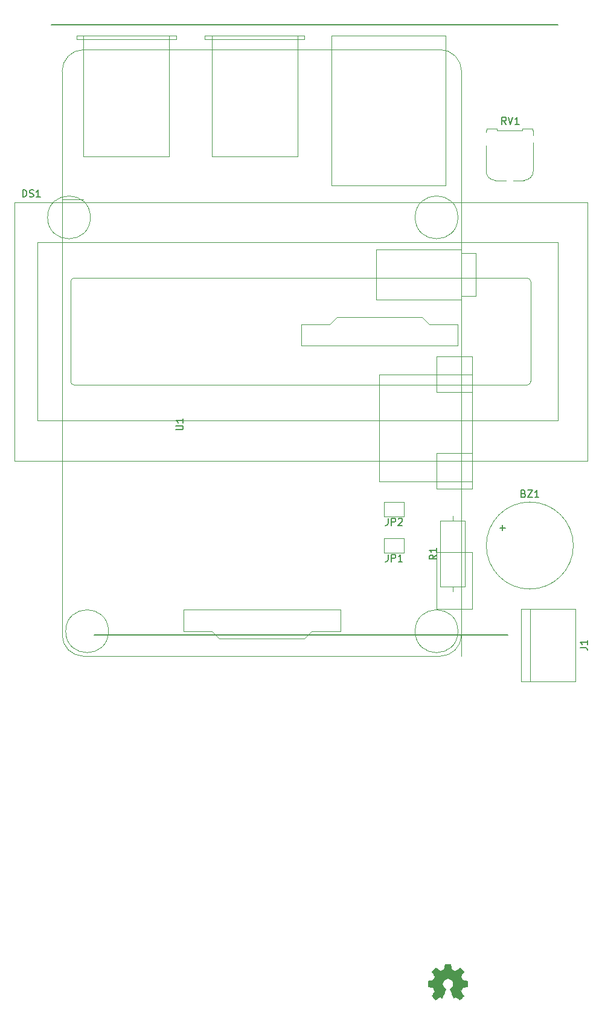
<source format=gbr>
G04 #@! TF.GenerationSoftware,KiCad,Pcbnew,5.1.5-52549c5~84~ubuntu18.04.1*
G04 #@! TF.CreationDate,2020-03-10T09:35:07+09:00*
G04 #@! TF.ProjectId,RFID-RC522_Raspberrypi,52464944-2d52-4433-9532-325f52617370,rev?*
G04 #@! TF.SameCoordinates,Original*
G04 #@! TF.FileFunction,Legend,Top*
G04 #@! TF.FilePolarity,Positive*
%FSLAX46Y46*%
G04 Gerber Fmt 4.6, Leading zero omitted, Abs format (unit mm)*
G04 Created by KiCad (PCBNEW 5.1.5-52549c5~84~ubuntu18.04.1) date 2020-03-10 09:35:07*
%MOMM*%
%LPD*%
G04 APERTURE LIST*
%ADD10C,0.150000*%
%ADD11C,0.120000*%
%ADD12C,0.002540*%
G04 APERTURE END LIST*
D10*
X180000000Y-123000000D02*
X151000000Y-123000000D01*
X180000000Y-123000000D02*
X209000000Y-123000000D01*
X216000000Y-37500000D02*
X145000000Y-37500000D01*
X180500000Y-37500000D02*
X216000000Y-37500000D01*
D11*
X199000000Y-84000000D02*
X199000000Y-86500000D01*
X204000000Y-84000000D02*
X199000000Y-84000000D01*
X204000000Y-89000000D02*
X204000000Y-84000000D01*
X199000000Y-89000000D02*
X204000000Y-89000000D01*
X199000000Y-86500000D02*
X199000000Y-89000000D01*
X199000000Y-102500000D02*
X199000000Y-97500000D01*
X204000000Y-102500000D02*
X204000000Y-100000000D01*
X199000000Y-102500000D02*
X204000000Y-102500000D01*
X199000000Y-97500000D02*
X204000000Y-97500000D01*
X202500000Y-126000000D02*
X202500000Y-100000000D01*
X150460000Y-64500000D02*
G75*
G03X150460000Y-64500000I-3000000J0D01*
G01*
X153000000Y-122500000D02*
G75*
G03X153000000Y-122500000I-3000000J0D01*
G01*
X202000000Y-122500000D02*
G75*
G03X202000000Y-122500000I-3000000J0D01*
G01*
X202000000Y-64500000D02*
G75*
G03X202000000Y-64500000I-3000000J0D01*
G01*
X162500000Y-39000000D02*
X161500000Y-39000000D01*
X162500000Y-39500000D02*
X162500000Y-39000000D01*
X148500000Y-39500000D02*
X162500000Y-39500000D01*
X148500000Y-39000000D02*
X148500000Y-39500000D01*
X149500000Y-39000000D02*
X148500000Y-39000000D01*
X180500000Y-39000000D02*
X179500000Y-39000000D01*
X180500000Y-39500000D02*
X180500000Y-39000000D01*
X166500000Y-39500000D02*
X180500000Y-39500000D01*
X166500000Y-39000000D02*
X166500000Y-39500000D01*
X167500000Y-39000000D02*
X166500000Y-39000000D01*
X179500000Y-39000000D02*
X167500000Y-39000000D01*
X179500000Y-56000000D02*
X179500000Y-39000000D01*
X167500000Y-56000000D02*
X179500000Y-56000000D01*
X167500000Y-39000000D02*
X167500000Y-56000000D01*
X173500000Y-39000000D02*
X167500000Y-39000000D01*
X161500000Y-39000000D02*
X149500000Y-39000000D01*
X161500000Y-56000000D02*
X161500000Y-39000000D01*
X161250000Y-39000000D02*
X149500000Y-39000000D01*
X149500000Y-56000000D02*
X161500000Y-56000000D01*
X149500000Y-39000000D02*
X149500000Y-56000000D01*
X155500000Y-39000000D02*
X149500000Y-39000000D01*
X184250000Y-39000000D02*
X200250000Y-39000000D01*
X184250000Y-60000000D02*
X184250000Y-39000000D01*
X200250000Y-60000000D02*
X184250000Y-60000000D01*
X200250000Y-39000000D02*
X200250000Y-60000000D01*
X192250000Y-39000000D02*
X200250000Y-39000000D01*
X180000000Y-79500000D02*
X184000000Y-79500000D01*
X180000000Y-82500000D02*
X180000000Y-79500000D01*
X191000000Y-82500000D02*
X180000000Y-82500000D01*
X202000000Y-82500000D02*
X191000000Y-82500000D01*
X202000000Y-79500000D02*
X202000000Y-82500000D01*
X198000000Y-79500000D02*
X202000000Y-79500000D01*
X197000000Y-78500000D02*
X198000000Y-79500000D01*
X185000000Y-78500000D02*
X197000000Y-78500000D01*
X184000000Y-79500000D02*
X185000000Y-78500000D01*
X163500000Y-119500000D02*
X174500000Y-119500000D01*
X163500000Y-122500000D02*
X163500000Y-119500000D01*
X167500000Y-122500000D02*
X163500000Y-122500000D01*
X168500000Y-123500000D02*
X167500000Y-122500000D01*
X180500000Y-123500000D02*
X168500000Y-123500000D01*
X181500000Y-122500000D02*
X180500000Y-123500000D01*
X185500000Y-122500000D02*
X181500000Y-122500000D01*
X185500000Y-119500000D02*
X185500000Y-122500000D01*
X174500000Y-119500000D02*
X185500000Y-119500000D01*
X202500000Y-69500000D02*
X204500000Y-69500000D01*
X204500000Y-69500000D02*
X204500000Y-75500000D01*
X204000000Y-69500000D02*
X204500000Y-69500000D01*
X202500000Y-75500000D02*
X204500000Y-75500000D01*
X190500000Y-69000000D02*
X202500000Y-69000000D01*
X190500000Y-76000000D02*
X190500000Y-69000000D01*
X202500000Y-76000000D02*
X190500000Y-76000000D01*
X202500000Y-72500000D02*
X202500000Y-76000000D01*
X191000000Y-86500000D02*
X191000000Y-94000000D01*
X204000000Y-86500000D02*
X191000000Y-86500000D01*
X204000000Y-101500000D02*
X204000000Y-86500000D01*
X191000000Y-101500000D02*
X204000000Y-101500000D01*
X191000000Y-94000000D02*
X191000000Y-101500000D01*
X204000000Y-119400000D02*
X202800000Y-119400000D01*
X204000000Y-111400000D02*
X204000000Y-119400000D01*
X199000000Y-111400000D02*
X204000000Y-111400000D01*
X199000000Y-119400000D02*
X199000000Y-111400000D01*
X202800000Y-119400000D02*
X199000000Y-119400000D01*
X149500000Y-126000000D02*
X199000000Y-126000000D01*
X199500000Y-41000000D02*
X149500000Y-41000000D01*
X202500000Y-123000000D02*
X202500000Y-44000000D01*
X146500000Y-44000000D02*
X146500000Y-123000000D01*
X199000000Y-126000000D02*
X199500000Y-126000000D01*
X202500000Y-123000000D02*
X202500000Y-122500000D01*
X202500000Y-123000000D02*
G75*
G02X199500000Y-126000000I-3000000J0D01*
G01*
X149500000Y-126000000D02*
G75*
G02X146500000Y-123000000I0J3000000D01*
G01*
X146500000Y-44000000D02*
G75*
G02X149500000Y-41000000I3000000J0D01*
G01*
X199500000Y-41000000D02*
G75*
G02X202500000Y-44000000I0J-3000000D01*
G01*
D12*
G36*
X198871840Y-174127160D02*
G01*
X198902320Y-174111920D01*
X198965820Y-174071280D01*
X199059800Y-174010320D01*
X199169020Y-173936660D01*
X199280780Y-173860460D01*
X199369680Y-173799500D01*
X199433180Y-173758860D01*
X199461120Y-173746160D01*
X199473820Y-173751240D01*
X199527160Y-173776640D01*
X199603360Y-173814740D01*
X199646540Y-173837600D01*
X199717660Y-173868080D01*
X199750680Y-173873160D01*
X199758300Y-173865540D01*
X199783700Y-173812200D01*
X199821800Y-173720760D01*
X199875140Y-173598840D01*
X199936100Y-173459140D01*
X199999600Y-173306740D01*
X200065640Y-173151800D01*
X200126600Y-173001940D01*
X200179940Y-172869860D01*
X200223120Y-172760640D01*
X200253600Y-172686980D01*
X200263760Y-172653960D01*
X200261220Y-172646340D01*
X200225660Y-172613320D01*
X200164700Y-172567600D01*
X200032620Y-172460920D01*
X199903080Y-172298360D01*
X199824340Y-172112940D01*
X199796400Y-171909740D01*
X199819260Y-171719240D01*
X199895460Y-171536360D01*
X200022460Y-171373800D01*
X200174860Y-171251880D01*
X200355200Y-171173140D01*
X200558400Y-171150280D01*
X200751440Y-171170600D01*
X200936860Y-171244260D01*
X201101960Y-171368720D01*
X201170540Y-171450000D01*
X201267060Y-171615100D01*
X201320400Y-171792900D01*
X201328020Y-171838620D01*
X201317860Y-172034200D01*
X201261980Y-172219620D01*
X201157840Y-172387260D01*
X201015600Y-172524420D01*
X200997820Y-172539660D01*
X200929240Y-172587920D01*
X200886060Y-172623480D01*
X200850500Y-172651420D01*
X201099420Y-173250860D01*
X201140060Y-173344840D01*
X201208640Y-173509940D01*
X201267060Y-173649640D01*
X201315320Y-173761400D01*
X201348340Y-173837600D01*
X201363580Y-173868080D01*
X201366120Y-173868080D01*
X201386440Y-173873160D01*
X201432160Y-173855380D01*
X201515980Y-173814740D01*
X201571860Y-173786800D01*
X201635360Y-173756320D01*
X201663300Y-173746160D01*
X201688700Y-173758860D01*
X201749660Y-173796960D01*
X201838560Y-173857920D01*
X201945240Y-173931580D01*
X202046840Y-174000160D01*
X202140820Y-174061120D01*
X202209400Y-174104300D01*
X202242420Y-174122080D01*
X202247500Y-174122080D01*
X202277980Y-174106840D01*
X202331320Y-174061120D01*
X202412600Y-173984920D01*
X202529440Y-173870620D01*
X202547220Y-173852840D01*
X202641200Y-173756320D01*
X202717400Y-173675040D01*
X202770740Y-173619160D01*
X202788520Y-173591220D01*
X202770740Y-173558200D01*
X202727560Y-173492160D01*
X202666600Y-173395640D01*
X202590400Y-173283880D01*
X202392280Y-172996860D01*
X202501500Y-172725080D01*
X202534520Y-172641260D01*
X202577700Y-172539660D01*
X202608180Y-172468540D01*
X202623420Y-172435520D01*
X202653900Y-172425360D01*
X202727560Y-172407580D01*
X202836780Y-172384720D01*
X202966320Y-172361860D01*
X203088240Y-172339000D01*
X203197460Y-172318680D01*
X203278740Y-172303440D01*
X203314300Y-172295820D01*
X203324460Y-172290740D01*
X203329540Y-172272960D01*
X203334620Y-172234860D01*
X203337160Y-172168820D01*
X203339700Y-172062140D01*
X203339700Y-171909740D01*
X203339700Y-171891960D01*
X203337160Y-171744640D01*
X203334620Y-171630340D01*
X203332080Y-171554140D01*
X203327000Y-171523660D01*
X203291440Y-171516040D01*
X203212700Y-171498260D01*
X203103480Y-171477940D01*
X202971400Y-171452540D01*
X202961240Y-171450000D01*
X202831700Y-171424600D01*
X202719940Y-171401740D01*
X202643740Y-171383960D01*
X202610720Y-171373800D01*
X202603100Y-171363640D01*
X202577700Y-171312840D01*
X202539600Y-171231560D01*
X202496420Y-171132500D01*
X202453240Y-171028360D01*
X202415140Y-170936920D01*
X202389740Y-170865800D01*
X202382120Y-170835320D01*
X202384660Y-170835320D01*
X202402440Y-170802300D01*
X202448160Y-170733720D01*
X202511660Y-170639740D01*
X202590400Y-170527980D01*
X202595480Y-170520360D01*
X202671680Y-170408600D01*
X202732640Y-170314620D01*
X202773280Y-170246040D01*
X202788520Y-170215560D01*
X202763120Y-170182540D01*
X202707240Y-170119040D01*
X202625960Y-170032680D01*
X202526900Y-169936160D01*
X202496420Y-169905680D01*
X202389740Y-169799000D01*
X202313540Y-169730420D01*
X202267820Y-169692320D01*
X202244960Y-169684700D01*
X202242420Y-169684700D01*
X202209400Y-169705020D01*
X202140820Y-169750740D01*
X202044300Y-169816780D01*
X201932540Y-169892980D01*
X201924920Y-169898060D01*
X201813160Y-169974260D01*
X201719180Y-170037760D01*
X201653140Y-170080940D01*
X201625200Y-170098720D01*
X201620120Y-170098720D01*
X201574400Y-170083480D01*
X201495660Y-170055540D01*
X201399140Y-170019980D01*
X201295000Y-169976800D01*
X201203560Y-169938700D01*
X201132440Y-169905680D01*
X201099420Y-169887900D01*
X201099420Y-169885360D01*
X201086720Y-169847260D01*
X201066400Y-169763440D01*
X201043540Y-169649140D01*
X201018140Y-169511980D01*
X201013060Y-169489120D01*
X200987660Y-169357040D01*
X200967340Y-169247820D01*
X200952100Y-169171620D01*
X200944480Y-169141140D01*
X200924160Y-169136060D01*
X200860660Y-169130980D01*
X200761600Y-169128440D01*
X200642220Y-169128440D01*
X200517760Y-169128440D01*
X200393300Y-169130980D01*
X200289160Y-169136060D01*
X200212960Y-169141140D01*
X200182480Y-169146220D01*
X200182480Y-169148760D01*
X200169780Y-169189400D01*
X200152000Y-169273220D01*
X200129140Y-169387520D01*
X200101200Y-169524680D01*
X200096120Y-169550080D01*
X200073260Y-169682160D01*
X200050400Y-169788840D01*
X200035160Y-169865040D01*
X200025000Y-169892980D01*
X200014840Y-169900600D01*
X199958960Y-169923460D01*
X199870060Y-169961560D01*
X199760840Y-170004740D01*
X199506840Y-170108880D01*
X199194420Y-169892980D01*
X199163940Y-169875200D01*
X199052180Y-169799000D01*
X198960740Y-169735500D01*
X198897240Y-169694860D01*
X198869300Y-169679620D01*
X198866760Y-169682160D01*
X198836280Y-169707560D01*
X198775320Y-169765980D01*
X198688960Y-169849800D01*
X198592440Y-169946320D01*
X198518780Y-170019980D01*
X198432420Y-170106340D01*
X198379080Y-170164760D01*
X198348600Y-170202860D01*
X198338440Y-170225720D01*
X198340980Y-170240960D01*
X198361300Y-170273980D01*
X198407020Y-170342560D01*
X198470520Y-170436540D01*
X198546720Y-170548300D01*
X198610220Y-170639740D01*
X198676260Y-170743880D01*
X198721980Y-170820080D01*
X198737220Y-170855640D01*
X198732140Y-170870880D01*
X198711820Y-170931840D01*
X198673720Y-171025820D01*
X198628000Y-171135040D01*
X198518780Y-171381420D01*
X198356220Y-171414440D01*
X198257160Y-171432220D01*
X198120000Y-171457620D01*
X197990460Y-171483020D01*
X197784720Y-171523660D01*
X197777100Y-172275500D01*
X197807580Y-172290740D01*
X197838060Y-172298360D01*
X197914260Y-172316140D01*
X198023480Y-172336460D01*
X198150480Y-172361860D01*
X198259700Y-172382180D01*
X198371460Y-172402500D01*
X198450200Y-172417740D01*
X198485760Y-172425360D01*
X198493380Y-172435520D01*
X198521320Y-172488860D01*
X198559420Y-172575220D01*
X198602600Y-172676820D01*
X198648320Y-172780960D01*
X198686420Y-172880020D01*
X198714360Y-172953680D01*
X198724520Y-172991780D01*
X198709280Y-173019720D01*
X198666100Y-173085760D01*
X198605140Y-173177200D01*
X198531480Y-173286420D01*
X198457820Y-173395640D01*
X198394320Y-173489620D01*
X198351140Y-173555660D01*
X198330820Y-173586140D01*
X198340980Y-173609000D01*
X198384160Y-173659800D01*
X198467980Y-173746160D01*
X198589900Y-173868080D01*
X198610220Y-173885860D01*
X198706740Y-173979840D01*
X198790560Y-174056040D01*
X198846440Y-174106840D01*
X198871840Y-174127160D01*
G37*
X198871840Y-174127160D02*
X198902320Y-174111920D01*
X198965820Y-174071280D01*
X199059800Y-174010320D01*
X199169020Y-173936660D01*
X199280780Y-173860460D01*
X199369680Y-173799500D01*
X199433180Y-173758860D01*
X199461120Y-173746160D01*
X199473820Y-173751240D01*
X199527160Y-173776640D01*
X199603360Y-173814740D01*
X199646540Y-173837600D01*
X199717660Y-173868080D01*
X199750680Y-173873160D01*
X199758300Y-173865540D01*
X199783700Y-173812200D01*
X199821800Y-173720760D01*
X199875140Y-173598840D01*
X199936100Y-173459140D01*
X199999600Y-173306740D01*
X200065640Y-173151800D01*
X200126600Y-173001940D01*
X200179940Y-172869860D01*
X200223120Y-172760640D01*
X200253600Y-172686980D01*
X200263760Y-172653960D01*
X200261220Y-172646340D01*
X200225660Y-172613320D01*
X200164700Y-172567600D01*
X200032620Y-172460920D01*
X199903080Y-172298360D01*
X199824340Y-172112940D01*
X199796400Y-171909740D01*
X199819260Y-171719240D01*
X199895460Y-171536360D01*
X200022460Y-171373800D01*
X200174860Y-171251880D01*
X200355200Y-171173140D01*
X200558400Y-171150280D01*
X200751440Y-171170600D01*
X200936860Y-171244260D01*
X201101960Y-171368720D01*
X201170540Y-171450000D01*
X201267060Y-171615100D01*
X201320400Y-171792900D01*
X201328020Y-171838620D01*
X201317860Y-172034200D01*
X201261980Y-172219620D01*
X201157840Y-172387260D01*
X201015600Y-172524420D01*
X200997820Y-172539660D01*
X200929240Y-172587920D01*
X200886060Y-172623480D01*
X200850500Y-172651420D01*
X201099420Y-173250860D01*
X201140060Y-173344840D01*
X201208640Y-173509940D01*
X201267060Y-173649640D01*
X201315320Y-173761400D01*
X201348340Y-173837600D01*
X201363580Y-173868080D01*
X201366120Y-173868080D01*
X201386440Y-173873160D01*
X201432160Y-173855380D01*
X201515980Y-173814740D01*
X201571860Y-173786800D01*
X201635360Y-173756320D01*
X201663300Y-173746160D01*
X201688700Y-173758860D01*
X201749660Y-173796960D01*
X201838560Y-173857920D01*
X201945240Y-173931580D01*
X202046840Y-174000160D01*
X202140820Y-174061120D01*
X202209400Y-174104300D01*
X202242420Y-174122080D01*
X202247500Y-174122080D01*
X202277980Y-174106840D01*
X202331320Y-174061120D01*
X202412600Y-173984920D01*
X202529440Y-173870620D01*
X202547220Y-173852840D01*
X202641200Y-173756320D01*
X202717400Y-173675040D01*
X202770740Y-173619160D01*
X202788520Y-173591220D01*
X202770740Y-173558200D01*
X202727560Y-173492160D01*
X202666600Y-173395640D01*
X202590400Y-173283880D01*
X202392280Y-172996860D01*
X202501500Y-172725080D01*
X202534520Y-172641260D01*
X202577700Y-172539660D01*
X202608180Y-172468540D01*
X202623420Y-172435520D01*
X202653900Y-172425360D01*
X202727560Y-172407580D01*
X202836780Y-172384720D01*
X202966320Y-172361860D01*
X203088240Y-172339000D01*
X203197460Y-172318680D01*
X203278740Y-172303440D01*
X203314300Y-172295820D01*
X203324460Y-172290740D01*
X203329540Y-172272960D01*
X203334620Y-172234860D01*
X203337160Y-172168820D01*
X203339700Y-172062140D01*
X203339700Y-171909740D01*
X203339700Y-171891960D01*
X203337160Y-171744640D01*
X203334620Y-171630340D01*
X203332080Y-171554140D01*
X203327000Y-171523660D01*
X203291440Y-171516040D01*
X203212700Y-171498260D01*
X203103480Y-171477940D01*
X202971400Y-171452540D01*
X202961240Y-171450000D01*
X202831700Y-171424600D01*
X202719940Y-171401740D01*
X202643740Y-171383960D01*
X202610720Y-171373800D01*
X202603100Y-171363640D01*
X202577700Y-171312840D01*
X202539600Y-171231560D01*
X202496420Y-171132500D01*
X202453240Y-171028360D01*
X202415140Y-170936920D01*
X202389740Y-170865800D01*
X202382120Y-170835320D01*
X202384660Y-170835320D01*
X202402440Y-170802300D01*
X202448160Y-170733720D01*
X202511660Y-170639740D01*
X202590400Y-170527980D01*
X202595480Y-170520360D01*
X202671680Y-170408600D01*
X202732640Y-170314620D01*
X202773280Y-170246040D01*
X202788520Y-170215560D01*
X202763120Y-170182540D01*
X202707240Y-170119040D01*
X202625960Y-170032680D01*
X202526900Y-169936160D01*
X202496420Y-169905680D01*
X202389740Y-169799000D01*
X202313540Y-169730420D01*
X202267820Y-169692320D01*
X202244960Y-169684700D01*
X202242420Y-169684700D01*
X202209400Y-169705020D01*
X202140820Y-169750740D01*
X202044300Y-169816780D01*
X201932540Y-169892980D01*
X201924920Y-169898060D01*
X201813160Y-169974260D01*
X201719180Y-170037760D01*
X201653140Y-170080940D01*
X201625200Y-170098720D01*
X201620120Y-170098720D01*
X201574400Y-170083480D01*
X201495660Y-170055540D01*
X201399140Y-170019980D01*
X201295000Y-169976800D01*
X201203560Y-169938700D01*
X201132440Y-169905680D01*
X201099420Y-169887900D01*
X201099420Y-169885360D01*
X201086720Y-169847260D01*
X201066400Y-169763440D01*
X201043540Y-169649140D01*
X201018140Y-169511980D01*
X201013060Y-169489120D01*
X200987660Y-169357040D01*
X200967340Y-169247820D01*
X200952100Y-169171620D01*
X200944480Y-169141140D01*
X200924160Y-169136060D01*
X200860660Y-169130980D01*
X200761600Y-169128440D01*
X200642220Y-169128440D01*
X200517760Y-169128440D01*
X200393300Y-169130980D01*
X200289160Y-169136060D01*
X200212960Y-169141140D01*
X200182480Y-169146220D01*
X200182480Y-169148760D01*
X200169780Y-169189400D01*
X200152000Y-169273220D01*
X200129140Y-169387520D01*
X200101200Y-169524680D01*
X200096120Y-169550080D01*
X200073260Y-169682160D01*
X200050400Y-169788840D01*
X200035160Y-169865040D01*
X200025000Y-169892980D01*
X200014840Y-169900600D01*
X199958960Y-169923460D01*
X199870060Y-169961560D01*
X199760840Y-170004740D01*
X199506840Y-170108880D01*
X199194420Y-169892980D01*
X199163940Y-169875200D01*
X199052180Y-169799000D01*
X198960740Y-169735500D01*
X198897240Y-169694860D01*
X198869300Y-169679620D01*
X198866760Y-169682160D01*
X198836280Y-169707560D01*
X198775320Y-169765980D01*
X198688960Y-169849800D01*
X198592440Y-169946320D01*
X198518780Y-170019980D01*
X198432420Y-170106340D01*
X198379080Y-170164760D01*
X198348600Y-170202860D01*
X198338440Y-170225720D01*
X198340980Y-170240960D01*
X198361300Y-170273980D01*
X198407020Y-170342560D01*
X198470520Y-170436540D01*
X198546720Y-170548300D01*
X198610220Y-170639740D01*
X198676260Y-170743880D01*
X198721980Y-170820080D01*
X198737220Y-170855640D01*
X198732140Y-170870880D01*
X198711820Y-170931840D01*
X198673720Y-171025820D01*
X198628000Y-171135040D01*
X198518780Y-171381420D01*
X198356220Y-171414440D01*
X198257160Y-171432220D01*
X198120000Y-171457620D01*
X197990460Y-171483020D01*
X197784720Y-171523660D01*
X197777100Y-172275500D01*
X197807580Y-172290740D01*
X197838060Y-172298360D01*
X197914260Y-172316140D01*
X198023480Y-172336460D01*
X198150480Y-172361860D01*
X198259700Y-172382180D01*
X198371460Y-172402500D01*
X198450200Y-172417740D01*
X198485760Y-172425360D01*
X198493380Y-172435520D01*
X198521320Y-172488860D01*
X198559420Y-172575220D01*
X198602600Y-172676820D01*
X198648320Y-172780960D01*
X198686420Y-172880020D01*
X198714360Y-172953680D01*
X198724520Y-172991780D01*
X198709280Y-173019720D01*
X198666100Y-173085760D01*
X198605140Y-173177200D01*
X198531480Y-173286420D01*
X198457820Y-173395640D01*
X198394320Y-173489620D01*
X198351140Y-173555660D01*
X198330820Y-173586140D01*
X198340980Y-173609000D01*
X198384160Y-173659800D01*
X198467980Y-173746160D01*
X198589900Y-173868080D01*
X198610220Y-173885860D01*
X198706740Y-173979840D01*
X198790560Y-174056040D01*
X198846440Y-174106840D01*
X198871840Y-174127160D01*
D11*
X218180000Y-110490000D02*
G75*
G03X218180000Y-110490000I-6100000J0D01*
G01*
X139860000Y-98640000D02*
X220140000Y-98640000D01*
X220140000Y-98640000D02*
X220140000Y-62360000D01*
X220140000Y-62360000D02*
X140660000Y-62360000D01*
X139860000Y-62360000D02*
X139860000Y-98640000D01*
X139870000Y-62360000D02*
X140660000Y-62360000D01*
X146500000Y-62000000D02*
X149500000Y-62000000D01*
X148200000Y-73000000D02*
X211700000Y-73000000D01*
X147700280Y-87499320D02*
X147700280Y-73500000D01*
X211700660Y-88000000D02*
X148200000Y-88000000D01*
X212200000Y-73500000D02*
X212200000Y-87500000D01*
X212200000Y-73500000D02*
G75*
G03X211700000Y-73000000I-500000J0D01*
G01*
X211700660Y-87999700D02*
G75*
G03X212201040Y-87499320I0J500380D01*
G01*
X147700280Y-87499320D02*
G75*
G03X148200660Y-87999700I500380J0D01*
G01*
X148200660Y-72998460D02*
G75*
G03X147700280Y-73498840I0J-500380D01*
G01*
X143000000Y-68000000D02*
X216000000Y-68000000D01*
X216000000Y-68000000D02*
X216000000Y-93000000D01*
X216000000Y-93000000D02*
X143000000Y-93000000D01*
X143000000Y-93000000D02*
X143000000Y-68000000D01*
X212090000Y-129540000D02*
X212090000Y-119380000D01*
X210820000Y-129540000D02*
X218440000Y-129540000D01*
X218440000Y-129540000D02*
X218440000Y-119380000D01*
X218440000Y-119380000D02*
X210820000Y-119380000D01*
X210820000Y-119380000D02*
X210820000Y-129540000D01*
X194440000Y-109490000D02*
X194440000Y-111490000D01*
X191640000Y-109490000D02*
X194440000Y-109490000D01*
X191640000Y-111490000D02*
X191640000Y-109490000D01*
X194440000Y-111490000D02*
X191640000Y-111490000D01*
X194440000Y-106410000D02*
X191640000Y-106410000D01*
X191640000Y-106410000D02*
X191640000Y-104410000D01*
X191640000Y-104410000D02*
X194440000Y-104410000D01*
X194440000Y-104410000D02*
X194440000Y-106410000D01*
X199530000Y-116270000D02*
X202970000Y-116270000D01*
X202970000Y-116270000D02*
X202970000Y-107030000D01*
X202970000Y-107030000D02*
X199530000Y-107030000D01*
X199530000Y-107030000D02*
X199530000Y-116270000D01*
X201250000Y-116960000D02*
X201250000Y-116270000D01*
X201250000Y-106340000D02*
X201250000Y-107030000D01*
X212560000Y-52290000D02*
X212560000Y-52980000D01*
X212460000Y-52290000D02*
X212560000Y-52290000D01*
X205940000Y-52290000D02*
X205940000Y-52540000D01*
X206040000Y-52290000D02*
X205940000Y-52290000D01*
X206040000Y-52090000D02*
X206040000Y-52290000D01*
X207460000Y-52290000D02*
X207460000Y-52090000D01*
X212560000Y-58000000D02*
G75*
G02X211250000Y-59310000I-1310000J0D01*
G01*
X207250000Y-59310000D02*
G75*
G02X205940000Y-58000000I0J1310000D01*
G01*
X211250000Y-59310000D02*
X209760000Y-59310000D01*
X212560000Y-54020000D02*
X212560000Y-58000000D01*
X205940000Y-58000000D02*
X205940000Y-54460000D01*
X208740000Y-59310000D02*
X207250000Y-59310000D01*
X212460000Y-52090000D02*
X212460000Y-52290000D01*
X211040000Y-52090000D02*
X212460000Y-52090000D01*
X211040000Y-52290000D02*
X211040000Y-52090000D01*
X207460000Y-52290000D02*
X211040000Y-52290000D01*
X206040000Y-52090000D02*
X207460000Y-52090000D01*
D10*
X162452380Y-94261904D02*
X163261904Y-94261904D01*
X163357142Y-94214285D01*
X163404761Y-94166666D01*
X163452380Y-94071428D01*
X163452380Y-93880952D01*
X163404761Y-93785714D01*
X163357142Y-93738095D01*
X163261904Y-93690476D01*
X162452380Y-93690476D01*
X163452380Y-92690476D02*
X163452380Y-93261904D01*
X163452380Y-92976190D02*
X162452380Y-92976190D01*
X162595238Y-93071428D01*
X162690476Y-93166666D01*
X162738095Y-93261904D01*
X211199047Y-103218571D02*
X211341904Y-103266190D01*
X211389523Y-103313809D01*
X211437142Y-103409047D01*
X211437142Y-103551904D01*
X211389523Y-103647142D01*
X211341904Y-103694761D01*
X211246666Y-103742380D01*
X210865714Y-103742380D01*
X210865714Y-102742380D01*
X211199047Y-102742380D01*
X211294285Y-102790000D01*
X211341904Y-102837619D01*
X211389523Y-102932857D01*
X211389523Y-103028095D01*
X211341904Y-103123333D01*
X211294285Y-103170952D01*
X211199047Y-103218571D01*
X210865714Y-103218571D01*
X211770476Y-102742380D02*
X212437142Y-102742380D01*
X211770476Y-103742380D01*
X212437142Y-103742380D01*
X213341904Y-103742380D02*
X212770476Y-103742380D01*
X213056190Y-103742380D02*
X213056190Y-102742380D01*
X212960952Y-102885238D01*
X212865714Y-102980476D01*
X212770476Y-103028095D01*
X207889047Y-108021428D02*
X208650952Y-108021428D01*
X208270000Y-108402380D02*
X208270000Y-107640476D01*
X140965714Y-61642380D02*
X140965714Y-60642380D01*
X141203809Y-60642380D01*
X141346666Y-60690000D01*
X141441904Y-60785238D01*
X141489523Y-60880476D01*
X141537142Y-61070952D01*
X141537142Y-61213809D01*
X141489523Y-61404285D01*
X141441904Y-61499523D01*
X141346666Y-61594761D01*
X141203809Y-61642380D01*
X140965714Y-61642380D01*
X141918095Y-61594761D02*
X142060952Y-61642380D01*
X142299047Y-61642380D01*
X142394285Y-61594761D01*
X142441904Y-61547142D01*
X142489523Y-61451904D01*
X142489523Y-61356666D01*
X142441904Y-61261428D01*
X142394285Y-61213809D01*
X142299047Y-61166190D01*
X142108571Y-61118571D01*
X142013333Y-61070952D01*
X141965714Y-61023333D01*
X141918095Y-60928095D01*
X141918095Y-60832857D01*
X141965714Y-60737619D01*
X142013333Y-60690000D01*
X142108571Y-60642380D01*
X142346666Y-60642380D01*
X142489523Y-60690000D01*
X143441904Y-61642380D02*
X142870476Y-61642380D01*
X143156190Y-61642380D02*
X143156190Y-60642380D01*
X143060952Y-60785238D01*
X142965714Y-60880476D01*
X142870476Y-60928095D01*
X219162380Y-124793333D02*
X219876666Y-124793333D01*
X220019523Y-124840952D01*
X220114761Y-124936190D01*
X220162380Y-125079047D01*
X220162380Y-125174285D01*
X220162380Y-123793333D02*
X220162380Y-124364761D01*
X220162380Y-124079047D02*
X219162380Y-124079047D01*
X219305238Y-124174285D01*
X219400476Y-124269523D01*
X219448095Y-124364761D01*
X192206666Y-111742380D02*
X192206666Y-112456666D01*
X192159047Y-112599523D01*
X192063809Y-112694761D01*
X191920952Y-112742380D01*
X191825714Y-112742380D01*
X192682857Y-112742380D02*
X192682857Y-111742380D01*
X193063809Y-111742380D01*
X193159047Y-111790000D01*
X193206666Y-111837619D01*
X193254285Y-111932857D01*
X193254285Y-112075714D01*
X193206666Y-112170952D01*
X193159047Y-112218571D01*
X193063809Y-112266190D01*
X192682857Y-112266190D01*
X194206666Y-112742380D02*
X193635238Y-112742380D01*
X193920952Y-112742380D02*
X193920952Y-111742380D01*
X193825714Y-111885238D01*
X193730476Y-111980476D01*
X193635238Y-112028095D01*
X192206666Y-106662380D02*
X192206666Y-107376666D01*
X192159047Y-107519523D01*
X192063809Y-107614761D01*
X191920952Y-107662380D01*
X191825714Y-107662380D01*
X192682857Y-107662380D02*
X192682857Y-106662380D01*
X193063809Y-106662380D01*
X193159047Y-106710000D01*
X193206666Y-106757619D01*
X193254285Y-106852857D01*
X193254285Y-106995714D01*
X193206666Y-107090952D01*
X193159047Y-107138571D01*
X193063809Y-107186190D01*
X192682857Y-107186190D01*
X193635238Y-106757619D02*
X193682857Y-106710000D01*
X193778095Y-106662380D01*
X194016190Y-106662380D01*
X194111428Y-106710000D01*
X194159047Y-106757619D01*
X194206666Y-106852857D01*
X194206666Y-106948095D01*
X194159047Y-107090952D01*
X193587619Y-107662380D01*
X194206666Y-107662380D01*
X198982380Y-111816666D02*
X198506190Y-112150000D01*
X198982380Y-112388095D02*
X197982380Y-112388095D01*
X197982380Y-112007142D01*
X198030000Y-111911904D01*
X198077619Y-111864285D01*
X198172857Y-111816666D01*
X198315714Y-111816666D01*
X198410952Y-111864285D01*
X198458571Y-111911904D01*
X198506190Y-112007142D01*
X198506190Y-112388095D01*
X198982380Y-110864285D02*
X198982380Y-111435714D01*
X198982380Y-111150000D02*
X197982380Y-111150000D01*
X198125238Y-111245238D01*
X198220476Y-111340476D01*
X198268095Y-111435714D01*
X208754761Y-51452380D02*
X208421428Y-50976190D01*
X208183333Y-51452380D02*
X208183333Y-50452380D01*
X208564285Y-50452380D01*
X208659523Y-50500000D01*
X208707142Y-50547619D01*
X208754761Y-50642857D01*
X208754761Y-50785714D01*
X208707142Y-50880952D01*
X208659523Y-50928571D01*
X208564285Y-50976190D01*
X208183333Y-50976190D01*
X209040476Y-50452380D02*
X209373809Y-51452380D01*
X209707142Y-50452380D01*
X210564285Y-51452380D02*
X209992857Y-51452380D01*
X210278571Y-51452380D02*
X210278571Y-50452380D01*
X210183333Y-50595238D01*
X210088095Y-50690476D01*
X209992857Y-50738095D01*
M02*

</source>
